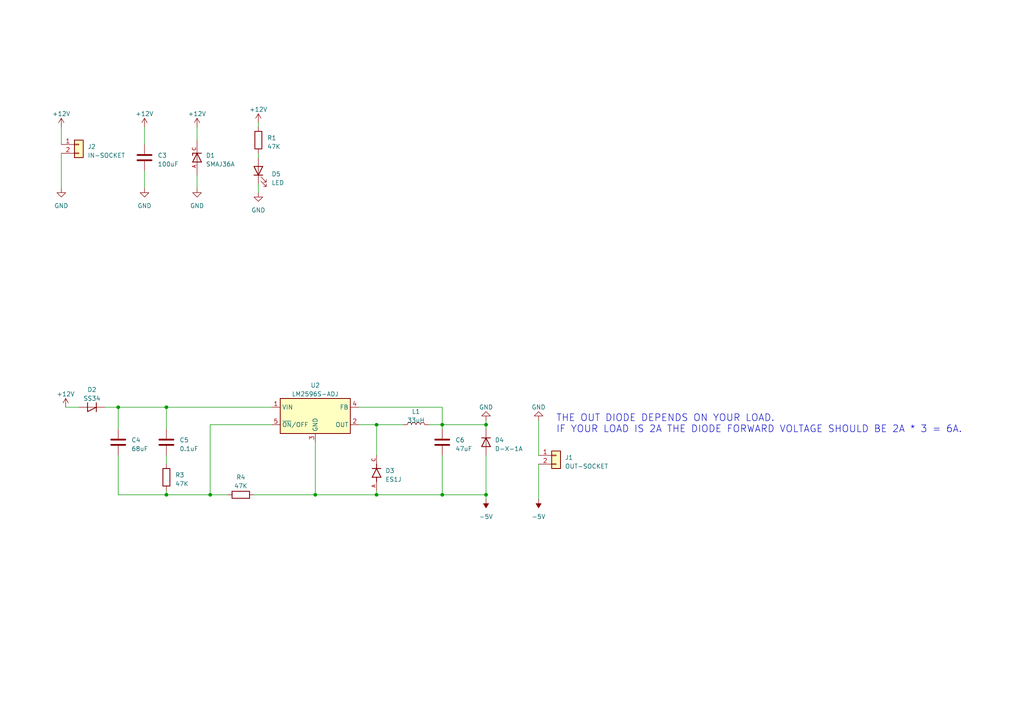
<source format=kicad_sch>
(kicad_sch (version 20230121) (generator eeschema)

  (uuid 71d12fef-93fd-4d7d-963b-81ddd38fc879)

  (paper "A4")

  (lib_symbols
    (symbol "Connector_Generic:Conn_01x02" (pin_names (offset 1.016) hide) (in_bom yes) (on_board yes)
      (property "Reference" "J" (at 0 2.54 0)
        (effects (font (size 1.27 1.27)))
      )
      (property "Value" "Conn_01x02" (at 0 -5.08 0)
        (effects (font (size 1.27 1.27)))
      )
      (property "Footprint" "" (at 0 0 0)
        (effects (font (size 1.27 1.27)) hide)
      )
      (property "Datasheet" "~" (at 0 0 0)
        (effects (font (size 1.27 1.27)) hide)
      )
      (property "ki_keywords" "connector" (at 0 0 0)
        (effects (font (size 1.27 1.27)) hide)
      )
      (property "ki_description" "Generic connector, single row, 01x02, script generated (kicad-library-utils/schlib/autogen/connector/)" (at 0 0 0)
        (effects (font (size 1.27 1.27)) hide)
      )
      (property "ki_fp_filters" "Connector*:*_1x??_*" (at 0 0 0)
        (effects (font (size 1.27 1.27)) hide)
      )
      (symbol "Conn_01x02_1_1"
        (rectangle (start -1.27 -2.413) (end 0 -2.667)
          (stroke (width 0.1524) (type default))
          (fill (type none))
        )
        (rectangle (start -1.27 0.127) (end 0 -0.127)
          (stroke (width 0.1524) (type default))
          (fill (type none))
        )
        (rectangle (start -1.27 1.27) (end 1.27 -3.81)
          (stroke (width 0.254) (type default))
          (fill (type background))
        )
        (pin passive line (at -5.08 0 0) (length 3.81)
          (name "Pin_1" (effects (font (size 1.27 1.27))))
          (number "1" (effects (font (size 1.27 1.27))))
        )
        (pin passive line (at -5.08 -2.54 0) (length 3.81)
          (name "Pin_2" (effects (font (size 1.27 1.27))))
          (number "2" (effects (font (size 1.27 1.27))))
        )
      )
    )
    (symbol "Device:C" (pin_numbers hide) (pin_names (offset 0.254)) (in_bom yes) (on_board yes)
      (property "Reference" "C" (at 0.635 2.54 0)
        (effects (font (size 1.27 1.27)) (justify left))
      )
      (property "Value" "C" (at 0.635 -2.54 0)
        (effects (font (size 1.27 1.27)) (justify left))
      )
      (property "Footprint" "" (at 0.9652 -3.81 0)
        (effects (font (size 1.27 1.27)) hide)
      )
      (property "Datasheet" "~" (at 0 0 0)
        (effects (font (size 1.27 1.27)) hide)
      )
      (property "ki_keywords" "cap capacitor" (at 0 0 0)
        (effects (font (size 1.27 1.27)) hide)
      )
      (property "ki_description" "Unpolarized capacitor" (at 0 0 0)
        (effects (font (size 1.27 1.27)) hide)
      )
      (property "ki_fp_filters" "C_*" (at 0 0 0)
        (effects (font (size 1.27 1.27)) hide)
      )
      (symbol "C_0_1"
        (polyline
          (pts
            (xy -2.032 -0.762)
            (xy 2.032 -0.762)
          )
          (stroke (width 0.508) (type default))
          (fill (type none))
        )
        (polyline
          (pts
            (xy -2.032 0.762)
            (xy 2.032 0.762)
          )
          (stroke (width 0.508) (type default))
          (fill (type none))
        )
      )
      (symbol "C_1_1"
        (pin passive line (at 0 3.81 270) (length 2.794)
          (name "~" (effects (font (size 1.27 1.27))))
          (number "1" (effects (font (size 1.27 1.27))))
        )
        (pin passive line (at 0 -3.81 90) (length 2.794)
          (name "~" (effects (font (size 1.27 1.27))))
          (number "2" (effects (font (size 1.27 1.27))))
        )
      )
    )
    (symbol "Device:D" (pin_numbers hide) (pin_names (offset 1.016) hide) (in_bom yes) (on_board yes)
      (property "Reference" "D" (at 0 2.54 0)
        (effects (font (size 1.27 1.27)))
      )
      (property "Value" "D" (at 0 -2.54 0)
        (effects (font (size 1.27 1.27)))
      )
      (property "Footprint" "" (at 0 0 0)
        (effects (font (size 1.27 1.27)) hide)
      )
      (property "Datasheet" "~" (at 0 0 0)
        (effects (font (size 1.27 1.27)) hide)
      )
      (property "Sim.Device" "D" (at 0 0 0)
        (effects (font (size 1.27 1.27)) hide)
      )
      (property "Sim.Pins" "1=K 2=A" (at 0 0 0)
        (effects (font (size 1.27 1.27)) hide)
      )
      (property "ki_keywords" "diode" (at 0 0 0)
        (effects (font (size 1.27 1.27)) hide)
      )
      (property "ki_description" "Diode" (at 0 0 0)
        (effects (font (size 1.27 1.27)) hide)
      )
      (property "ki_fp_filters" "TO-???* *_Diode_* *SingleDiode* D_*" (at 0 0 0)
        (effects (font (size 1.27 1.27)) hide)
      )
      (symbol "D_0_1"
        (polyline
          (pts
            (xy -1.27 1.27)
            (xy -1.27 -1.27)
          )
          (stroke (width 0.254) (type default))
          (fill (type none))
        )
        (polyline
          (pts
            (xy 1.27 0)
            (xy -1.27 0)
          )
          (stroke (width 0) (type default))
          (fill (type none))
        )
        (polyline
          (pts
            (xy 1.27 1.27)
            (xy 1.27 -1.27)
            (xy -1.27 0)
            (xy 1.27 1.27)
          )
          (stroke (width 0.254) (type default))
          (fill (type none))
        )
      )
      (symbol "D_1_1"
        (pin passive line (at -3.81 0 0) (length 2.54)
          (name "K" (effects (font (size 1.27 1.27))))
          (number "1" (effects (font (size 1.27 1.27))))
        )
        (pin passive line (at 3.81 0 180) (length 2.54)
          (name "A" (effects (font (size 1.27 1.27))))
          (number "2" (effects (font (size 1.27 1.27))))
        )
      )
    )
    (symbol "Device:D_Shockley" (pin_numbers hide) (pin_names (offset 1.016) hide) (in_bom yes) (on_board yes)
      (property "Reference" "D" (at 0 2.54 0)
        (effects (font (size 1.27 1.27)))
      )
      (property "Value" "D_Shockley" (at 0 -2.54 0)
        (effects (font (size 1.27 1.27)))
      )
      (property "Footprint" "" (at 0 0 0)
        (effects (font (size 1.27 1.27)) hide)
      )
      (property "Datasheet" "~" (at 0 0 0)
        (effects (font (size 1.27 1.27)) hide)
      )
      (property "ki_keywords" "Shockley diode PNPN" (at 0 0 0)
        (effects (font (size 1.27 1.27)) hide)
      )
      (property "ki_description" "Shockley (PNPN) diode" (at 0 0 0)
        (effects (font (size 1.27 1.27)) hide)
      )
      (property "ki_fp_filters" "TO-???* *_Diode_* *SingleDiode* D_*" (at 0 0 0)
        (effects (font (size 1.27 1.27)) hide)
      )
      (symbol "D_Shockley_0_1"
        (polyline
          (pts
            (xy -1.27 0)
            (xy 1.27 0)
          )
          (stroke (width 0) (type default))
          (fill (type none))
        )
        (polyline
          (pts
            (xy -1.27 1.27)
            (xy -1.27 -1.27)
          )
          (stroke (width 0.254) (type default))
          (fill (type none))
        )
        (polyline
          (pts
            (xy -1.27 0)
            (xy 1.27 1.27)
            (xy 1.27 -1.27)
          )
          (stroke (width 0.254) (type default))
          (fill (type none))
        )
      )
      (symbol "D_Shockley_1_1"
        (pin passive line (at -3.81 0 0) (length 2.54)
          (name "K" (effects (font (size 1.27 1.27))))
          (number "1" (effects (font (size 1.27 1.27))))
        )
        (pin passive line (at 3.81 0 180) (length 2.54)
          (name "A" (effects (font (size 1.27 1.27))))
          (number "2" (effects (font (size 1.27 1.27))))
        )
      )
    )
    (symbol "Device:L" (pin_numbers hide) (pin_names (offset 1.016) hide) (in_bom yes) (on_board yes)
      (property "Reference" "L" (at -1.27 0 90)
        (effects (font (size 1.27 1.27)))
      )
      (property "Value" "L" (at 1.905 0 90)
        (effects (font (size 1.27 1.27)))
      )
      (property "Footprint" "" (at 0 0 0)
        (effects (font (size 1.27 1.27)) hide)
      )
      (property "Datasheet" "~" (at 0 0 0)
        (effects (font (size 1.27 1.27)) hide)
      )
      (property "ki_keywords" "inductor choke coil reactor magnetic" (at 0 0 0)
        (effects (font (size 1.27 1.27)) hide)
      )
      (property "ki_description" "Inductor" (at 0 0 0)
        (effects (font (size 1.27 1.27)) hide)
      )
      (property "ki_fp_filters" "Choke_* *Coil* Inductor_* L_*" (at 0 0 0)
        (effects (font (size 1.27 1.27)) hide)
      )
      (symbol "L_0_1"
        (arc (start 0 -2.54) (mid 0.6323 -1.905) (end 0 -1.27)
          (stroke (width 0) (type default))
          (fill (type none))
        )
        (arc (start 0 -1.27) (mid 0.6323 -0.635) (end 0 0)
          (stroke (width 0) (type default))
          (fill (type none))
        )
        (arc (start 0 0) (mid 0.6323 0.635) (end 0 1.27)
          (stroke (width 0) (type default))
          (fill (type none))
        )
        (arc (start 0 1.27) (mid 0.6323 1.905) (end 0 2.54)
          (stroke (width 0) (type default))
          (fill (type none))
        )
      )
      (symbol "L_1_1"
        (pin passive line (at 0 3.81 270) (length 1.27)
          (name "1" (effects (font (size 1.27 1.27))))
          (number "1" (effects (font (size 1.27 1.27))))
        )
        (pin passive line (at 0 -3.81 90) (length 1.27)
          (name "2" (effects (font (size 1.27 1.27))))
          (number "2" (effects (font (size 1.27 1.27))))
        )
      )
    )
    (symbol "Device:LED" (pin_numbers hide) (pin_names (offset 1.016) hide) (in_bom yes) (on_board yes)
      (property "Reference" "D" (at 0 2.54 0)
        (effects (font (size 1.27 1.27)))
      )
      (property "Value" "LED" (at 0 -2.54 0)
        (effects (font (size 1.27 1.27)))
      )
      (property "Footprint" "" (at 0 0 0)
        (effects (font (size 1.27 1.27)) hide)
      )
      (property "Datasheet" "~" (at 0 0 0)
        (effects (font (size 1.27 1.27)) hide)
      )
      (property "ki_keywords" "LED diode" (at 0 0 0)
        (effects (font (size 1.27 1.27)) hide)
      )
      (property "ki_description" "Light emitting diode" (at 0 0 0)
        (effects (font (size 1.27 1.27)) hide)
      )
      (property "ki_fp_filters" "LED* LED_SMD:* LED_THT:*" (at 0 0 0)
        (effects (font (size 1.27 1.27)) hide)
      )
      (symbol "LED_0_1"
        (polyline
          (pts
            (xy -1.27 -1.27)
            (xy -1.27 1.27)
          )
          (stroke (width 0.254) (type default))
          (fill (type none))
        )
        (polyline
          (pts
            (xy -1.27 0)
            (xy 1.27 0)
          )
          (stroke (width 0) (type default))
          (fill (type none))
        )
        (polyline
          (pts
            (xy 1.27 -1.27)
            (xy 1.27 1.27)
            (xy -1.27 0)
            (xy 1.27 -1.27)
          )
          (stroke (width 0.254) (type default))
          (fill (type none))
        )
        (polyline
          (pts
            (xy -3.048 -0.762)
            (xy -4.572 -2.286)
            (xy -3.81 -2.286)
            (xy -4.572 -2.286)
            (xy -4.572 -1.524)
          )
          (stroke (width 0) (type default))
          (fill (type none))
        )
        (polyline
          (pts
            (xy -1.778 -0.762)
            (xy -3.302 -2.286)
            (xy -2.54 -2.286)
            (xy -3.302 -2.286)
            (xy -3.302 -1.524)
          )
          (stroke (width 0) (type default))
          (fill (type none))
        )
      )
      (symbol "LED_1_1"
        (pin passive line (at -3.81 0 0) (length 2.54)
          (name "K" (effects (font (size 1.27 1.27))))
          (number "1" (effects (font (size 1.27 1.27))))
        )
        (pin passive line (at 3.81 0 180) (length 2.54)
          (name "A" (effects (font (size 1.27 1.27))))
          (number "2" (effects (font (size 1.27 1.27))))
        )
      )
    )
    (symbol "Device:R" (pin_numbers hide) (pin_names (offset 0)) (in_bom yes) (on_board yes)
      (property "Reference" "R" (at 2.032 0 90)
        (effects (font (size 1.27 1.27)))
      )
      (property "Value" "R" (at 0 0 90)
        (effects (font (size 1.27 1.27)))
      )
      (property "Footprint" "" (at -1.778 0 90)
        (effects (font (size 1.27 1.27)) hide)
      )
      (property "Datasheet" "~" (at 0 0 0)
        (effects (font (size 1.27 1.27)) hide)
      )
      (property "ki_keywords" "R res resistor" (at 0 0 0)
        (effects (font (size 1.27 1.27)) hide)
      )
      (property "ki_description" "Resistor" (at 0 0 0)
        (effects (font (size 1.27 1.27)) hide)
      )
      (property "ki_fp_filters" "R_*" (at 0 0 0)
        (effects (font (size 1.27 1.27)) hide)
      )
      (symbol "R_0_1"
        (rectangle (start -1.016 -2.54) (end 1.016 2.54)
          (stroke (width 0.254) (type default))
          (fill (type none))
        )
      )
      (symbol "R_1_1"
        (pin passive line (at 0 3.81 270) (length 1.27)
          (name "~" (effects (font (size 1.27 1.27))))
          (number "1" (effects (font (size 1.27 1.27))))
        )
        (pin passive line (at 0 -3.81 90) (length 1.27)
          (name "~" (effects (font (size 1.27 1.27))))
          (number "2" (effects (font (size 1.27 1.27))))
        )
      )
    )
    (symbol "ES1J:ES1J" (pin_names (offset 1.016)) (in_bom yes) (on_board yes)
      (property "Reference" "D" (at -5.08 2.54 0)
        (effects (font (size 1.27 1.27)) (justify left bottom))
      )
      (property "Value" "ES1J" (at -5.08 -3.81 0)
        (effects (font (size 1.27 1.27)) (justify left bottom))
      )
      (property "Footprint" "DIOM4325X250N" (at 0 0 0)
        (effects (font (size 1.27 1.27)) (justify bottom) hide)
      )
      (property "Datasheet" "" (at 0 0 0)
        (effects (font (size 1.27 1.27)) hide)
      )
      (property "PARTREV" "L2102" (at 0 0 0)
        (effects (font (size 1.27 1.27)) (justify bottom) hide)
      )
      (property "MANUFACTURER" "Taiwan Semiconductor" (at 0 0 0)
        (effects (font (size 1.27 1.27)) (justify bottom) hide)
      )
      (property "MAXIMUM_PACKAGE_HEIGHT" "2.5 mm" (at 0 0 0)
        (effects (font (size 1.27 1.27)) (justify bottom) hide)
      )
      (property "STANDARD" "IPC-7351B" (at 0 0 0)
        (effects (font (size 1.27 1.27)) (justify bottom) hide)
      )
      (symbol "ES1J_0_0"
        (polyline
          (pts
            (xy -2.54 0)
            (xy -1.27 0)
          )
          (stroke (width 0.254) (type default))
          (fill (type none))
        )
        (polyline
          (pts
            (xy -1.27 -1.27)
            (xy 1.27 0)
          )
          (stroke (width 0.254) (type default))
          (fill (type none))
        )
        (polyline
          (pts
            (xy -1.27 0)
            (xy -1.27 -1.27)
          )
          (stroke (width 0.254) (type default))
          (fill (type none))
        )
        (polyline
          (pts
            (xy -1.27 1.27)
            (xy -1.27 0)
          )
          (stroke (width 0.254) (type default))
          (fill (type none))
        )
        (polyline
          (pts
            (xy 1.27 0)
            (xy -1.27 1.27)
          )
          (stroke (width 0.254) (type default))
          (fill (type none))
        )
        (polyline
          (pts
            (xy 1.27 0)
            (xy 1.27 -1.27)
          )
          (stroke (width 0.254) (type default))
          (fill (type none))
        )
        (polyline
          (pts
            (xy 1.27 0)
            (xy 2.54 0)
          )
          (stroke (width 0.254) (type default))
          (fill (type none))
        )
        (polyline
          (pts
            (xy 1.27 1.27)
            (xy 1.27 0)
          )
          (stroke (width 0.254) (type default))
          (fill (type none))
        )
        (pin passive line (at -5.08 0 0) (length 2.54)
          (name "~" (effects (font (size 1.016 1.016))))
          (number "A" (effects (font (size 1.016 1.016))))
        )
        (pin passive line (at 5.08 0 180) (length 2.54)
          (name "~" (effects (font (size 1.016 1.016))))
          (number "C" (effects (font (size 1.016 1.016))))
        )
      )
    )
    (symbol "Regulator_Switching:LM2596S-ADJ" (in_bom yes) (on_board yes)
      (property "Reference" "U" (at -10.16 6.35 0)
        (effects (font (size 1.27 1.27)) (justify left))
      )
      (property "Value" "LM2596S-ADJ" (at 0 6.35 0)
        (effects (font (size 1.27 1.27)) (justify left))
      )
      (property "Footprint" "Package_TO_SOT_SMD:TO-263-5_TabPin3" (at 1.27 -6.35 0)
        (effects (font (size 1.27 1.27) italic) (justify left) hide)
      )
      (property "Datasheet" "http://www.ti.com/lit/ds/symlink/lm2596.pdf" (at 0 0 0)
        (effects (font (size 1.27 1.27)) hide)
      )
      (property "ki_keywords" "Step-Down Voltage Regulator Adjustable 3A" (at 0 0 0)
        (effects (font (size 1.27 1.27)) hide)
      )
      (property "ki_description" "Adjustable 3A Step-Down Voltage Regulator, TO-263" (at 0 0 0)
        (effects (font (size 1.27 1.27)) hide)
      )
      (property "ki_fp_filters" "TO?263*" (at 0 0 0)
        (effects (font (size 1.27 1.27)) hide)
      )
      (symbol "LM2596S-ADJ_0_1"
        (rectangle (start -10.16 5.08) (end 10.16 -5.08)
          (stroke (width 0.254) (type default))
          (fill (type background))
        )
      )
      (symbol "LM2596S-ADJ_1_1"
        (pin power_in line (at -12.7 2.54 0) (length 2.54)
          (name "VIN" (effects (font (size 1.27 1.27))))
          (number "1" (effects (font (size 1.27 1.27))))
        )
        (pin output line (at 12.7 -2.54 180) (length 2.54)
          (name "OUT" (effects (font (size 1.27 1.27))))
          (number "2" (effects (font (size 1.27 1.27))))
        )
        (pin power_in line (at 0 -7.62 90) (length 2.54)
          (name "GND" (effects (font (size 1.27 1.27))))
          (number "3" (effects (font (size 1.27 1.27))))
        )
        (pin input line (at 12.7 2.54 180) (length 2.54)
          (name "FB" (effects (font (size 1.27 1.27))))
          (number "4" (effects (font (size 1.27 1.27))))
        )
        (pin input line (at -12.7 -2.54 0) (length 2.54)
          (name "~{ON}/OFF" (effects (font (size 1.27 1.27))))
          (number "5" (effects (font (size 1.27 1.27))))
        )
      )
    )
    (symbol "SMAJ36A:SMAJ36A" (pin_names (offset 1.016)) (in_bom yes) (on_board yes)
      (property "Reference" "D" (at -5.0835 2.4159 0)
        (effects (font (size 1.27 1.27)) (justify left bottom))
      )
      (property "Value" "SMAJ36A" (at -5.0854 -4.9611 0)
        (effects (font (size 1.27 1.27)) (justify left bottom))
      )
      (property "Footprint" "DIOM4325X250N" (at 0 0 0)
        (effects (font (size 1.27 1.27)) (justify bottom) hide)
      )
      (property "Datasheet" "" (at 0 0 0)
        (effects (font (size 1.27 1.27)) hide)
      )
      (property "MF" "Taiwan Semiconductor" (at 0 0 0)
        (effects (font (size 1.27 1.27)) (justify bottom) hide)
      )
      (property "MAXIMUM_PACKAGE_HEIGHT" "2.5 mm" (at 0 0 0)
        (effects (font (size 1.27 1.27)) (justify bottom) hide)
      )
      (property "Package" "SMA-2 Taiwan Semiconductor" (at 0 0 0)
        (effects (font (size 1.27 1.27)) (justify bottom) hide)
      )
      (property "Price" "None" (at 0 0 0)
        (effects (font (size 1.27 1.27)) (justify bottom) hide)
      )
      (property "Check_prices" "https://www.snapeda.com/parts/SMAJ36A/Taiwan+Semiconductor/view-part/?ref=eda" (at 0 0 0)
        (effects (font (size 1.27 1.27)) (justify bottom) hide)
      )
      (property "STANDARD" "IPC-7351B" (at 0 0 0)
        (effects (font (size 1.27 1.27)) (justify bottom) hide)
      )
      (property "PARTREV" "S2102" (at 0 0 0)
        (effects (font (size 1.27 1.27)) (justify bottom) hide)
      )
      (property "SnapEDA_Link" "https://www.snapeda.com/parts/SMAJ36A/Taiwan+Semiconductor/view-part/?ref=snap" (at 0 0 0)
        (effects (font (size 1.27 1.27)) (justify bottom) hide)
      )
      (property "MP" "SMAJ36A" (at 0 0 0)
        (effects (font (size 1.27 1.27)) (justify bottom) hide)
      )
      (property "Purchase-URL" "https://pricing.snapeda.com/search?q=SMAJ36A&ref=eda" (at 0 0 0)
        (effects (font (size 1.27 1.27)) (justify bottom) hide)
      )
      (property "Description" "\n400W, 42.1V, 5%, Unidirectional, TVS\n" (at 0 0 0)
        (effects (font (size 1.27 1.27)) (justify bottom) hide)
      )
      (property "Availability" "In Stock" (at 0 0 0)
        (effects (font (size 1.27 1.27)) (justify bottom) hide)
      )
      (property "MANUFACTURER" "Taiwan Semiconductor" (at 0 0 0)
        (effects (font (size 1.27 1.27)) (justify bottom) hide)
      )
      (symbol "SMAJ36A_0_0"
        (polyline
          (pts
            (xy -1.27 -1.27)
            (xy -1.27 0)
          )
          (stroke (width 0.254) (type default))
          (fill (type none))
        )
        (polyline
          (pts
            (xy -1.27 0)
            (xy -1.27 1.27)
          )
          (stroke (width 0.254) (type default))
          (fill (type none))
        )
        (polyline
          (pts
            (xy -1.27 0)
            (xy 1.27 -1.27)
          )
          (stroke (width 0.254) (type default))
          (fill (type none))
        )
        (polyline
          (pts
            (xy -0.635 -1.27)
            (xy -1.27 -1.27)
          )
          (stroke (width 0.254) (type default))
          (fill (type none))
        )
        (polyline
          (pts
            (xy 1.27 -1.27)
            (xy 1.27 1.27)
          )
          (stroke (width 0.254) (type default))
          (fill (type none))
        )
        (polyline
          (pts
            (xy 1.27 1.27)
            (xy -1.27 0)
          )
          (stroke (width 0.254) (type default))
          (fill (type none))
        )
        (pin passive line (at 5.08 0 180) (length 5.08)
          (name "~" (effects (font (size 1.016 1.016))))
          (number "A" (effects (font (size 1.016 1.016))))
        )
        (pin passive line (at -5.08 0 0) (length 5.08)
          (name "~" (effects (font (size 1.016 1.016))))
          (number "C" (effects (font (size 1.016 1.016))))
        )
      )
    )
    (symbol "power:+12V" (power) (pin_names (offset 0)) (in_bom yes) (on_board yes)
      (property "Reference" "#PWR" (at 0 -3.81 0)
        (effects (font (size 1.27 1.27)) hide)
      )
      (property "Value" "+12V" (at 0 3.556 0)
        (effects (font (size 1.27 1.27)))
      )
      (property "Footprint" "" (at 0 0 0)
        (effects (font (size 1.27 1.27)) hide)
      )
      (property "Datasheet" "" (at 0 0 0)
        (effects (font (size 1.27 1.27)) hide)
      )
      (property "ki_keywords" "global power" (at 0 0 0)
        (effects (font (size 1.27 1.27)) hide)
      )
      (property "ki_description" "Power symbol creates a global label with name \"+12V\"" (at 0 0 0)
        (effects (font (size 1.27 1.27)) hide)
      )
      (symbol "+12V_0_1"
        (polyline
          (pts
            (xy -0.762 1.27)
            (xy 0 2.54)
          )
          (stroke (width 0) (type default))
          (fill (type none))
        )
        (polyline
          (pts
            (xy 0 0)
            (xy 0 2.54)
          )
          (stroke (width 0) (type default))
          (fill (type none))
        )
        (polyline
          (pts
            (xy 0 2.54)
            (xy 0.762 1.27)
          )
          (stroke (width 0) (type default))
          (fill (type none))
        )
      )
      (symbol "+12V_1_1"
        (pin power_in line (at 0 0 90) (length 0) hide
          (name "+12V" (effects (font (size 1.27 1.27))))
          (number "1" (effects (font (size 1.27 1.27))))
        )
      )
    )
    (symbol "power:-5V" (power) (pin_names (offset 0)) (in_bom yes) (on_board yes)
      (property "Reference" "#PWR" (at 0 2.54 0)
        (effects (font (size 1.27 1.27)) hide)
      )
      (property "Value" "-5V" (at 0 3.81 0)
        (effects (font (size 1.27 1.27)))
      )
      (property "Footprint" "" (at 0 0 0)
        (effects (font (size 1.27 1.27)) hide)
      )
      (property "Datasheet" "" (at 0 0 0)
        (effects (font (size 1.27 1.27)) hide)
      )
      (property "ki_keywords" "global power" (at 0 0 0)
        (effects (font (size 1.27 1.27)) hide)
      )
      (property "ki_description" "Power symbol creates a global label with name \"-5V\"" (at 0 0 0)
        (effects (font (size 1.27 1.27)) hide)
      )
      (symbol "-5V_0_0"
        (pin power_in line (at 0 0 90) (length 0) hide
          (name "-5V" (effects (font (size 1.27 1.27))))
          (number "1" (effects (font (size 1.27 1.27))))
        )
      )
      (symbol "-5V_0_1"
        (polyline
          (pts
            (xy 0 0)
            (xy 0 1.27)
            (xy 0.762 1.27)
            (xy 0 2.54)
            (xy -0.762 1.27)
            (xy 0 1.27)
          )
          (stroke (width 0) (type default))
          (fill (type outline))
        )
      )
    )
    (symbol "power:GND" (power) (pin_names (offset 0)) (in_bom yes) (on_board yes)
      (property "Reference" "#PWR" (at 0 -6.35 0)
        (effects (font (size 1.27 1.27)) hide)
      )
      (property "Value" "GND" (at 0 -3.81 0)
        (effects (font (size 1.27 1.27)))
      )
      (property "Footprint" "" (at 0 0 0)
        (effects (font (size 1.27 1.27)) hide)
      )
      (property "Datasheet" "" (at 0 0 0)
        (effects (font (size 1.27 1.27)) hide)
      )
      (property "ki_keywords" "global power" (at 0 0 0)
        (effects (font (size 1.27 1.27)) hide)
      )
      (property "ki_description" "Power symbol creates a global label with name \"GND\" , ground" (at 0 0 0)
        (effects (font (size 1.27 1.27)) hide)
      )
      (symbol "GND_0_1"
        (polyline
          (pts
            (xy 0 0)
            (xy 0 -1.27)
            (xy 1.27 -1.27)
            (xy 0 -2.54)
            (xy -1.27 -1.27)
            (xy 0 -1.27)
          )
          (stroke (width 0) (type default))
          (fill (type none))
        )
      )
      (symbol "GND_1_1"
        (pin power_in line (at 0 0 270) (length 0) hide
          (name "GND" (effects (font (size 1.27 1.27))))
          (number "1" (effects (font (size 1.27 1.27))))
        )
      )
    )
  )

  (junction (at 140.97 143.51) (diameter 0) (color 0 0 0 0)
    (uuid 0acec24a-f41d-4341-a65b-21a2d0457575)
  )
  (junction (at 109.22 143.51) (diameter 0) (color 0 0 0 0)
    (uuid 0c8674df-716d-4e8a-9fe3-7a6c0c3f4909)
  )
  (junction (at 109.22 123.19) (diameter 0) (color 0 0 0 0)
    (uuid 2a8c4a77-2533-4fbf-8046-31c8cbaf7919)
  )
  (junction (at 34.29 118.11) (diameter 0) (color 0 0 0 0)
    (uuid 69e7acf6-ba11-4422-9efd-3c6e8b5e6c2b)
  )
  (junction (at 140.97 123.19) (diameter 0) (color 0 0 0 0)
    (uuid 8e735c73-8bd8-4532-b881-38d49bc8251a)
  )
  (junction (at 128.27 123.19) (diameter 0) (color 0 0 0 0)
    (uuid 8f1f2843-03cd-4bdb-b98b-0799f5c07a33)
  )
  (junction (at 60.96 143.51) (diameter 0) (color 0 0 0 0)
    (uuid 9195aa21-48e6-4ffd-9981-61e0609e123e)
  )
  (junction (at 48.26 143.51) (diameter 0) (color 0 0 0 0)
    (uuid bec769eb-97a4-43a8-8668-fcdf037b6df0)
  )
  (junction (at 48.26 118.11) (diameter 0) (color 0 0 0 0)
    (uuid effd569d-dadc-41c4-82a7-7b23b9db4d53)
  )
  (junction (at 91.44 143.51) (diameter 0) (color 0 0 0 0)
    (uuid f000beff-1bc8-452a-b152-19e7b6dff4cb)
  )
  (junction (at 128.27 143.51) (diameter 0) (color 0 0 0 0)
    (uuid fb9496f0-7287-4347-96ff-84fbac132681)
  )

  (wire (pts (xy 34.29 132.08) (xy 34.29 143.51))
    (stroke (width 0) (type default))
    (uuid 0466f8dd-7bf5-411a-9bf0-2774913eea2e)
  )
  (wire (pts (xy 104.14 118.11) (xy 128.27 118.11))
    (stroke (width 0) (type default))
    (uuid 08866c87-d22e-48a3-bfcd-daef7f83ea4c)
  )
  (wire (pts (xy 74.93 35.56) (xy 74.93 36.83))
    (stroke (width 0) (type default))
    (uuid 0a4f7bf6-0e01-473e-ad06-cec61386a879)
  )
  (wire (pts (xy 73.66 143.51) (xy 91.44 143.51))
    (stroke (width 0) (type default))
    (uuid 26961ae7-5227-4c19-bcae-6ac85e836a95)
  )
  (wire (pts (xy 48.26 118.11) (xy 78.74 118.11))
    (stroke (width 0) (type default))
    (uuid 2bf94cae-2cb9-4e99-b81d-c9dba0bc92ae)
  )
  (wire (pts (xy 140.97 143.51) (xy 128.27 143.51))
    (stroke (width 0) (type default))
    (uuid 2f4c9ff2-3c7a-4e2b-a865-edc61380428e)
  )
  (wire (pts (xy 41.91 36.83) (xy 41.91 41.91))
    (stroke (width 0) (type default))
    (uuid 383edcfe-299e-43ca-98f2-f3df10030a9c)
  )
  (wire (pts (xy 124.46 123.19) (xy 128.27 123.19))
    (stroke (width 0) (type default))
    (uuid 38ccbcfc-c682-479c-9ca4-bed2aefa8a1d)
  )
  (wire (pts (xy 74.93 53.34) (xy 74.93 55.88))
    (stroke (width 0) (type default))
    (uuid 38d2d97d-d790-4a5c-abb8-22ca614c3b84)
  )
  (wire (pts (xy 57.15 36.83) (xy 57.15 40.64))
    (stroke (width 0) (type default))
    (uuid 4e294b46-e40e-4fc3-848b-c9cef721e058)
  )
  (wire (pts (xy 34.29 118.11) (xy 34.29 124.46))
    (stroke (width 0) (type default))
    (uuid 578eed0b-087b-43ce-a5c0-4c0e4e210a64)
  )
  (wire (pts (xy 128.27 132.08) (xy 128.27 143.51))
    (stroke (width 0) (type default))
    (uuid 5aee9d84-4594-42db-9f9b-30e7bc731808)
  )
  (wire (pts (xy 140.97 143.51) (xy 140.97 144.78))
    (stroke (width 0) (type default))
    (uuid 5da4a901-e5c5-494d-ab16-d8067cd3f315)
  )
  (wire (pts (xy 109.22 123.19) (xy 116.84 123.19))
    (stroke (width 0) (type default))
    (uuid 6342f6c9-c520-4e76-b7fc-a3f6c19c7096)
  )
  (wire (pts (xy 48.26 118.11) (xy 48.26 124.46))
    (stroke (width 0) (type default))
    (uuid 66cf0082-ee30-48db-9a64-ddaa1516bf2f)
  )
  (wire (pts (xy 140.97 123.19) (xy 128.27 123.19))
    (stroke (width 0) (type default))
    (uuid 675c9532-4254-4f8a-b151-0b92eab666fa)
  )
  (wire (pts (xy 91.44 128.27) (xy 91.44 143.51))
    (stroke (width 0) (type default))
    (uuid 782d5dfb-4af6-42c1-bc56-7cacb92ba2fd)
  )
  (wire (pts (xy 17.78 44.45) (xy 17.78 54.61))
    (stroke (width 0) (type default))
    (uuid 7930d19f-988f-4fb2-b67f-ad97749a85d3)
  )
  (wire (pts (xy 17.78 36.83) (xy 17.78 41.91))
    (stroke (width 0) (type default))
    (uuid 882f4f64-34be-4787-a08b-35fc5a99317f)
  )
  (wire (pts (xy 66.04 143.51) (xy 60.96 143.51))
    (stroke (width 0) (type default))
    (uuid 8a5a01cd-532b-4f8b-9e6f-974049fabea3)
  )
  (wire (pts (xy 109.22 123.19) (xy 109.22 132.08))
    (stroke (width 0) (type default))
    (uuid 8e38b83d-672a-43c3-a66a-7472cdb7852d)
  )
  (wire (pts (xy 140.97 132.08) (xy 140.97 143.51))
    (stroke (width 0) (type default))
    (uuid 8e9f47ef-0a1e-4bf3-a4a2-a269caa393f2)
  )
  (wire (pts (xy 34.29 143.51) (xy 48.26 143.51))
    (stroke (width 0) (type default))
    (uuid 9e4aafcb-e9f5-4723-9d55-a28210c99c97)
  )
  (wire (pts (xy 60.96 123.19) (xy 60.96 143.51))
    (stroke (width 0) (type default))
    (uuid 9eee7f03-d8ad-4099-b4a9-cd8529104e3e)
  )
  (wire (pts (xy 74.93 44.45) (xy 74.93 45.72))
    (stroke (width 0) (type default))
    (uuid a006a9ee-fd14-4343-bbb8-24ce35ed9b25)
  )
  (wire (pts (xy 91.44 143.51) (xy 109.22 143.51))
    (stroke (width 0) (type default))
    (uuid a16b3242-1194-4e38-b7fe-19d26e8a305f)
  )
  (wire (pts (xy 109.22 142.24) (xy 109.22 143.51))
    (stroke (width 0) (type default))
    (uuid adb9b29f-bc5f-4baf-bae5-9ef4de7f78ef)
  )
  (wire (pts (xy 128.27 118.11) (xy 128.27 123.19))
    (stroke (width 0) (type default))
    (uuid af5b45d6-6e16-44f9-a491-8e948505cce0)
  )
  (wire (pts (xy 104.14 123.19) (xy 109.22 123.19))
    (stroke (width 0) (type default))
    (uuid b390d1b4-d1ad-4b84-9d4e-47b5f3058bc2)
  )
  (wire (pts (xy 156.21 121.92) (xy 156.21 132.08))
    (stroke (width 0) (type default))
    (uuid bca17601-de7f-46c7-95c8-6b6cdd08f544)
  )
  (wire (pts (xy 41.91 49.53) (xy 41.91 54.61))
    (stroke (width 0) (type default))
    (uuid c364e75d-7d5c-4bd4-9218-8bcb96202eff)
  )
  (wire (pts (xy 19.05 118.11) (xy 22.86 118.11))
    (stroke (width 0) (type default))
    (uuid c3c89728-09c0-49d7-89f5-6ebe4f8b556e)
  )
  (wire (pts (xy 156.21 134.62) (xy 156.21 144.78))
    (stroke (width 0) (type default))
    (uuid c7f0ff20-02e0-4211-b059-c084085744ff)
  )
  (wire (pts (xy 34.29 118.11) (xy 48.26 118.11))
    (stroke (width 0) (type default))
    (uuid ca53ad4d-313a-4ccc-8a6c-a15aa2338ec8)
  )
  (wire (pts (xy 78.74 123.19) (xy 60.96 123.19))
    (stroke (width 0) (type default))
    (uuid d11c2b7c-5dc7-4e7f-95f2-bcef27e81196)
  )
  (wire (pts (xy 57.15 50.8) (xy 57.15 54.61))
    (stroke (width 0) (type default))
    (uuid d14ded02-3eb0-4579-8caf-e3964c3518de)
  )
  (wire (pts (xy 128.27 143.51) (xy 109.22 143.51))
    (stroke (width 0) (type default))
    (uuid d273f4a6-2577-4e25-8f70-47786d1cc3c7)
  )
  (wire (pts (xy 48.26 143.51) (xy 48.26 142.24))
    (stroke (width 0) (type default))
    (uuid da4131cd-48a2-449f-975d-f27b66ba481c)
  )
  (wire (pts (xy 140.97 124.46) (xy 140.97 123.19))
    (stroke (width 0) (type default))
    (uuid dcb32602-1ef4-4f2d-bbc8-2bdea43ee4f2)
  )
  (wire (pts (xy 48.26 132.08) (xy 48.26 134.62))
    (stroke (width 0) (type default))
    (uuid dcdafd6a-d811-4f81-95c7-245b379144f3)
  )
  (wire (pts (xy 140.97 121.92) (xy 140.97 123.19))
    (stroke (width 0) (type default))
    (uuid e4b23b21-b6e0-4884-90a9-fb0e3ee2682c)
  )
  (wire (pts (xy 128.27 123.19) (xy 128.27 124.46))
    (stroke (width 0) (type default))
    (uuid f569f52a-2d52-4991-879c-13c3f3d62e75)
  )
  (wire (pts (xy 48.26 143.51) (xy 60.96 143.51))
    (stroke (width 0) (type default))
    (uuid f817e60e-8165-4579-b149-0e94054c2c9a)
  )
  (wire (pts (xy 30.48 118.11) (xy 34.29 118.11))
    (stroke (width 0) (type default))
    (uuid fd8ff942-57ee-4685-b1cd-755ee68061a8)
  )

  (text "THE OUT DIODE DEPENDS ON YOUR LOAD.\nIF YOUR LOAD IS 2A THE DIODE FORWARD VOLTAGE SHOULD BE 2A * 3 = 6A."
    (at 161.29 125.73 0)
    (effects (font (size 2 2)) (justify left bottom))
    (uuid dea1ab24-2b34-4652-b7de-7fb38b2a0ba9)
  )

  (symbol (lib_id "Device:C") (at 48.26 128.27 0) (unit 1)
    (in_bom yes) (on_board yes) (dnp no)
    (uuid 008d6538-021f-4bf0-93e6-6093f67998a6)
    (property "Reference" "C5" (at 52.07 127.635 0)
      (effects (font (size 1.27 1.27)) (justify left))
    )
    (property "Value" "0.1uF" (at 52.07 130.175 0)
      (effects (font (size 1.27 1.27)) (justify left))
    )
    (property "Footprint" "Capacitor_SMD:C_0603_1608Metric" (at 49.2252 132.08 0)
      (effects (font (size 1.27 1.27)) hide)
    )
    (property "Datasheet" "~" (at 48.26 128.27 0)
      (effects (font (size 1.27 1.27)) hide)
    )
    (pin "1" (uuid c5765df6-2342-47d5-b591-519c82c431a4))
    (pin "2" (uuid 5e08bb4b-38c2-4375-8864-5e9ad5c153f5))
    (instances
      (project "main"
        (path "/71d12fef-93fd-4d7d-963b-81ddd38fc879"
          (reference "C5") (unit 1)
        )
      )
    )
  )

  (symbol (lib_id "Connector_Generic:Conn_01x02") (at 161.29 132.08 0) (unit 1)
    (in_bom yes) (on_board yes) (dnp no) (fields_autoplaced)
    (uuid 06dcbba7-76cd-457a-89d5-503af905864e)
    (property "Reference" "J1" (at 163.83 132.715 0)
      (effects (font (size 1.27 1.27)) (justify left))
    )
    (property "Value" "OUT-SOCKET" (at 163.83 135.255 0)
      (effects (font (size 1.27 1.27)) (justify left))
    )
    (property "Footprint" "Connector_PinHeader_2.54mm:PinHeader_1x02_P2.54mm_Vertical" (at 161.29 132.08 0)
      (effects (font (size 1.27 1.27)) hide)
    )
    (property "Datasheet" "~" (at 161.29 132.08 0)
      (effects (font (size 1.27 1.27)) hide)
    )
    (pin "1" (uuid 09d43a9f-ee0c-472b-92d8-9c5ec0ce755d))
    (pin "2" (uuid f0c6c579-91ea-400f-a730-e5649e3d9246))
    (instances
      (project "main"
        (path "/71d12fef-93fd-4d7d-963b-81ddd38fc879"
          (reference "J1") (unit 1)
        )
      )
    )
  )

  (symbol (lib_id "Device:R") (at 69.85 143.51 90) (unit 1)
    (in_bom yes) (on_board yes) (dnp no) (fields_autoplaced)
    (uuid 097da8c1-399b-458f-8530-f127540ab04b)
    (property "Reference" "R4" (at 69.85 138.43 90)
      (effects (font (size 1.27 1.27)))
    )
    (property "Value" "47K" (at 69.85 140.97 90)
      (effects (font (size 1.27 1.27)))
    )
    (property "Footprint" "Resistor_SMD:R_0603_1608Metric" (at 69.85 145.288 90)
      (effects (font (size 1.27 1.27)) hide)
    )
    (property "Datasheet" "~" (at 69.85 143.51 0)
      (effects (font (size 1.27 1.27)) hide)
    )
    (pin "1" (uuid 3e35dd42-81b5-406b-ba29-fde07db302f7))
    (pin "2" (uuid 4e4ebb4b-569c-497c-ae83-ff2b15cc5dea))
    (instances
      (project "main"
        (path "/71d12fef-93fd-4d7d-963b-81ddd38fc879"
          (reference "R4") (unit 1)
        )
      )
    )
  )

  (symbol (lib_id "Device:D") (at 140.97 128.27 270) (unit 1)
    (in_bom yes) (on_board yes) (dnp no) (fields_autoplaced)
    (uuid 11648e8f-6f7d-4937-9aed-c8daf1f44f32)
    (property "Reference" "D4" (at 143.51 127.635 90)
      (effects (font (size 1.27 1.27)) (justify left))
    )
    (property "Value" "D-X-1A" (at 143.51 130.175 90)
      (effects (font (size 1.27 1.27)) (justify left))
    )
    (property "Footprint" "Diode_THT:D_DO-15_P5.08mm_Vertical_AnodeUp" (at 140.97 128.27 0)
      (effects (font (size 1.27 1.27)) hide)
    )
    (property "Datasheet" "~" (at 140.97 128.27 0)
      (effects (font (size 1.27 1.27)) hide)
    )
    (property "Sim.Device" "D" (at 140.97 128.27 0)
      (effects (font (size 1.27 1.27)) hide)
    )
    (property "Sim.Pins" "1=K 2=A" (at 140.97 128.27 0)
      (effects (font (size 1.27 1.27)) hide)
    )
    (pin "1" (uuid 9d82a0b5-a502-4968-84c5-af1c9f4e4cb4))
    (pin "2" (uuid c2cd082d-6db9-4257-90a9-08362a243f98))
    (instances
      (project "main"
        (path "/71d12fef-93fd-4d7d-963b-81ddd38fc879"
          (reference "D4") (unit 1)
        )
      )
    )
  )

  (symbol (lib_id "ES1J:ES1J") (at 109.22 137.16 90) (unit 1)
    (in_bom yes) (on_board yes) (dnp no) (fields_autoplaced)
    (uuid 28e00660-7f63-475a-950f-96485f89c603)
    (property "Reference" "D3" (at 111.76 136.525 90)
      (effects (font (size 1.27 1.27)) (justify right))
    )
    (property "Value" "ES1J" (at 111.76 139.065 90)
      (effects (font (size 1.27 1.27)) (justify right))
    )
    (property "Footprint" "DIOM4325X250N" (at 109.22 137.16 0)
      (effects (font (size 1.27 1.27)) (justify bottom) hide)
    )
    (property "Datasheet" "" (at 109.22 137.16 0)
      (effects (font (size 1.27 1.27)) hide)
    )
    (property "PARTREV" "L2102" (at 109.22 137.16 0)
      (effects (font (size 1.27 1.27)) (justify bottom) hide)
    )
    (property "MANUFACTURER" "Taiwan Semiconductor" (at 109.22 137.16 0)
      (effects (font (size 1.27 1.27)) (justify bottom) hide)
    )
    (property "MAXIMUM_PACKAGE_HEIGHT" "2.5 mm" (at 109.22 137.16 0)
      (effects (font (size 1.27 1.27)) (justify bottom) hide)
    )
    (property "STANDARD" "IPC-7351B" (at 109.22 137.16 0)
      (effects (font (size 1.27 1.27)) (justify bottom) hide)
    )
    (pin "A" (uuid e6f6de62-a3ba-441f-8842-873d81984868))
    (pin "C" (uuid 448af1cc-cd0d-44b8-9f64-1abe48424e09))
    (instances
      (project "main"
        (path "/71d12fef-93fd-4d7d-963b-81ddd38fc879"
          (reference "D3") (unit 1)
        )
      )
    )
  )

  (symbol (lib_id "power:-5V") (at 156.21 144.78 180) (unit 1)
    (in_bom yes) (on_board yes) (dnp no) (fields_autoplaced)
    (uuid 319f1257-b716-4ee1-8690-c155d09dc53f)
    (property "Reference" "#PWR09" (at 156.21 147.32 0)
      (effects (font (size 1.27 1.27)) hide)
    )
    (property "Value" "-5V" (at 156.21 149.86 0)
      (effects (font (size 1.27 1.27)))
    )
    (property "Footprint" "" (at 156.21 144.78 0)
      (effects (font (size 1.27 1.27)) hide)
    )
    (property "Datasheet" "" (at 156.21 144.78 0)
      (effects (font (size 1.27 1.27)) hide)
    )
    (pin "1" (uuid 05b88623-cd66-4b03-8a53-a1356ae63c14))
    (instances
      (project "main"
        (path "/71d12fef-93fd-4d7d-963b-81ddd38fc879"
          (reference "#PWR09") (unit 1)
        )
      )
    )
  )

  (symbol (lib_id "Device:C") (at 128.27 128.27 0) (unit 1)
    (in_bom yes) (on_board yes) (dnp no)
    (uuid 48c2420d-69d2-4421-b700-5e5c42c2efcc)
    (property "Reference" "C6" (at 132.08 127.635 0)
      (effects (font (size 1.27 1.27)) (justify left))
    )
    (property "Value" "47uF" (at 132.08 130.175 0)
      (effects (font (size 1.27 1.27)) (justify left))
    )
    (property "Footprint" "Capacitor_SMD:C_1210_3225Metric" (at 129.2352 132.08 0)
      (effects (font (size 1.27 1.27)) hide)
    )
    (property "Datasheet" "~" (at 128.27 128.27 0)
      (effects (font (size 1.27 1.27)) hide)
    )
    (pin "1" (uuid 4a6fe828-65ed-4506-b7ac-3f308c9aee85))
    (pin "2" (uuid 3e59be86-e963-4b79-b62f-577e80aa4532))
    (instances
      (project "main"
        (path "/71d12fef-93fd-4d7d-963b-81ddd38fc879"
          (reference "C6") (unit 1)
        )
      )
    )
  )

  (symbol (lib_id "power:+12V") (at 41.91 36.83 0) (unit 1)
    (in_bom yes) (on_board yes) (dnp no) (fields_autoplaced)
    (uuid 4ad58010-46c4-45bd-8c82-5e0889403d9d)
    (property "Reference" "#PWR012" (at 41.91 40.64 0)
      (effects (font (size 1.27 1.27)) hide)
    )
    (property "Value" "+12V" (at 41.91 33.02 0)
      (effects (font (size 1.27 1.27)))
    )
    (property "Footprint" "" (at 41.91 36.83 0)
      (effects (font (size 1.27 1.27)) hide)
    )
    (property "Datasheet" "" (at 41.91 36.83 0)
      (effects (font (size 1.27 1.27)) hide)
    )
    (pin "1" (uuid 8e16d60d-35f4-4419-bedd-28be2c2a9640))
    (instances
      (project "main"
        (path "/71d12fef-93fd-4d7d-963b-81ddd38fc879"
          (reference "#PWR012") (unit 1)
        )
      )
    )
  )

  (symbol (lib_id "SMAJ36A:SMAJ36A") (at 57.15 45.72 270) (unit 1)
    (in_bom yes) (on_board yes) (dnp no) (fields_autoplaced)
    (uuid 4b11790f-3b0f-4d33-bfc1-00627247e69b)
    (property "Reference" "D1" (at 59.69 45.085 90)
      (effects (font (size 1.27 1.27)) (justify left))
    )
    (property "Value" "SMAJ36A" (at 59.69 47.625 90)
      (effects (font (size 1.27 1.27)) (justify left))
    )
    (property "Footprint" "DIOM4325X250N" (at 57.15 45.72 0)
      (effects (font (size 1.27 1.27)) (justify bottom) hide)
    )
    (property "Datasheet" "" (at 57.15 45.72 0)
      (effects (font (size 1.27 1.27)) hide)
    )
    (property "MF" "Taiwan Semiconductor" (at 57.15 45.72 0)
      (effects (font (size 1.27 1.27)) (justify bottom) hide)
    )
    (property "MAXIMUM_PACKAGE_HEIGHT" "2.5 mm" (at 57.15 45.72 0)
      (effects (font (size 1.27 1.27)) (justify bottom) hide)
    )
    (property "Package" "SMA-2 Taiwan Semiconductor" (at 57.15 45.72 0)
      (effects (font (size 1.27 1.27)) (justify bottom) hide)
    )
    (property "Price" "None" (at 57.15 45.72 0)
      (effects (font (size 1.27 1.27)) (justify bottom) hide)
    )
    (property "Check_prices" "https://www.snapeda.com/parts/SMAJ36A/Taiwan+Semiconductor/view-part/?ref=eda" (at 57.15 45.72 0)
      (effects (font (size 1.27 1.27)) (justify bottom) hide)
    )
    (property "STANDARD" "IPC-7351B" (at 57.15 45.72 0)
      (effects (font (size 1.27 1.27)) (justify bottom) hide)
    )
    (property "PARTREV" "S2102" (at 57.15 45.72 0)
      (effects (font (size 1.27 1.27)) (justify bottom) hide)
    )
    (property "SnapEDA_Link" "https://www.snapeda.com/parts/SMAJ36A/Taiwan+Semiconductor/view-part/?ref=snap" (at 57.15 45.72 0)
      (effects (font (size 1.27 1.27)) (justify bottom) hide)
    )
    (property "MP" "SMAJ36A" (at 57.15 45.72 0)
      (effects (font (size 1.27 1.27)) (justify bottom) hide)
    )
    (property "Purchase-URL" "https://pricing.snapeda.com/search?q=SMAJ36A&ref=eda" (at 57.15 45.72 0)
      (effects (font (size 1.27 1.27)) (justify bottom) hide)
    )
    (property "Description" "\n400W, 42.1V, 5%, Unidirectional, TVS\n" (at 57.15 45.72 0)
      (effects (font (size 1.27 1.27)) (justify bottom) hide)
    )
    (property "Availability" "In Stock" (at 57.15 45.72 0)
      (effects (font (size 1.27 1.27)) (justify bottom) hide)
    )
    (property "MANUFACTURER" "Taiwan Semiconductor" (at 57.15 45.72 0)
      (effects (font (size 1.27 1.27)) (justify bottom) hide)
    )
    (pin "A" (uuid 8cf05e61-9590-49be-b251-d2f082bd845b))
    (pin "C" (uuid 50bacf99-227e-4adf-b058-5df9717510c2))
    (instances
      (project "main"
        (path "/71d12fef-93fd-4d7d-963b-81ddd38fc879"
          (reference "D1") (unit 1)
        )
      )
    )
  )

  (symbol (lib_id "power:GND") (at 17.78 54.61 0) (unit 1)
    (in_bom yes) (on_board yes) (dnp no) (fields_autoplaced)
    (uuid 53ea840c-f04d-4191-b419-15b720dc3110)
    (property "Reference" "#PWR011" (at 17.78 60.96 0)
      (effects (font (size 1.27 1.27)) hide)
    )
    (property "Value" "GND" (at 17.78 59.69 0)
      (effects (font (size 1.27 1.27)))
    )
    (property "Footprint" "" (at 17.78 54.61 0)
      (effects (font (size 1.27 1.27)) hide)
    )
    (property "Datasheet" "" (at 17.78 54.61 0)
      (effects (font (size 1.27 1.27)) hide)
    )
    (pin "1" (uuid 10d324d2-05c0-4c55-a701-dee4e77c60ba))
    (instances
      (project "main"
        (path "/71d12fef-93fd-4d7d-963b-81ddd38fc879"
          (reference "#PWR011") (unit 1)
        )
      )
    )
  )

  (symbol (lib_id "power:+12V") (at 57.15 36.83 0) (unit 1)
    (in_bom yes) (on_board yes) (dnp no) (fields_autoplaced)
    (uuid 55ef301a-fe19-4067-8e23-7a7bc786d260)
    (property "Reference" "#PWR014" (at 57.15 40.64 0)
      (effects (font (size 1.27 1.27)) hide)
    )
    (property "Value" "+12V" (at 57.15 33.02 0)
      (effects (font (size 1.27 1.27)))
    )
    (property "Footprint" "" (at 57.15 36.83 0)
      (effects (font (size 1.27 1.27)) hide)
    )
    (property "Datasheet" "" (at 57.15 36.83 0)
      (effects (font (size 1.27 1.27)) hide)
    )
    (pin "1" (uuid 44baf55f-b31b-417a-8a9f-4ccfcdb115ed))
    (instances
      (project "main"
        (path "/71d12fef-93fd-4d7d-963b-81ddd38fc879"
          (reference "#PWR014") (unit 1)
        )
      )
    )
  )

  (symbol (lib_id "power:+12V") (at 17.78 36.83 0) (unit 1)
    (in_bom yes) (on_board yes) (dnp no) (fields_autoplaced)
    (uuid 712083bd-fbd2-40cf-be8b-3d307a490252)
    (property "Reference" "#PWR010" (at 17.78 40.64 0)
      (effects (font (size 1.27 1.27)) hide)
    )
    (property "Value" "+12V" (at 17.78 33.02 0)
      (effects (font (size 1.27 1.27)))
    )
    (property "Footprint" "" (at 17.78 36.83 0)
      (effects (font (size 1.27 1.27)) hide)
    )
    (property "Datasheet" "" (at 17.78 36.83 0)
      (effects (font (size 1.27 1.27)) hide)
    )
    (pin "1" (uuid 80a1208b-f192-44bf-8265-15333e13be24))
    (instances
      (project "main"
        (path "/71d12fef-93fd-4d7d-963b-81ddd38fc879"
          (reference "#PWR010") (unit 1)
        )
      )
    )
  )

  (symbol (lib_id "power:GND") (at 156.21 121.92 180) (unit 1)
    (in_bom yes) (on_board yes) (dnp no) (fields_autoplaced)
    (uuid 728d882d-aa18-4445-ba7c-7313c4541119)
    (property "Reference" "#PWR07" (at 156.21 115.57 0)
      (effects (font (size 1.27 1.27)) hide)
    )
    (property "Value" "GND" (at 156.21 118.11 0)
      (effects (font (size 1.27 1.27)))
    )
    (property "Footprint" "" (at 156.21 121.92 0)
      (effects (font (size 1.27 1.27)) hide)
    )
    (property "Datasheet" "" (at 156.21 121.92 0)
      (effects (font (size 1.27 1.27)) hide)
    )
    (pin "1" (uuid 039dc745-39c3-4415-a4c3-40252cec6a95))
    (instances
      (project "main"
        (path "/71d12fef-93fd-4d7d-963b-81ddd38fc879"
          (reference "#PWR07") (unit 1)
        )
      )
    )
  )

  (symbol (lib_id "power:+12V") (at 74.93 35.56 0) (unit 1)
    (in_bom yes) (on_board yes) (dnp no) (fields_autoplaced)
    (uuid 7a5b7aee-4b64-44d6-8449-4fbe81ca506b)
    (property "Reference" "#PWR01" (at 74.93 39.37 0)
      (effects (font (size 1.27 1.27)) hide)
    )
    (property "Value" "+12V" (at 74.93 31.75 0)
      (effects (font (size 1.27 1.27)))
    )
    (property "Footprint" "" (at 74.93 35.56 0)
      (effects (font (size 1.27 1.27)) hide)
    )
    (property "Datasheet" "" (at 74.93 35.56 0)
      (effects (font (size 1.27 1.27)) hide)
    )
    (pin "1" (uuid 441c7c04-3ae9-4095-9373-f96f61a64b82))
    (instances
      (project "main"
        (path "/71d12fef-93fd-4d7d-963b-81ddd38fc879"
          (reference "#PWR01") (unit 1)
        )
      )
    )
  )

  (symbol (lib_id "Device:D_Shockley") (at 26.67 118.11 180) (unit 1)
    (in_bom yes) (on_board yes) (dnp no) (fields_autoplaced)
    (uuid 85dacb38-94eb-46bd-8a44-2dea4aa5baaf)
    (property "Reference" "D2" (at 26.67 113.03 0)
      (effects (font (size 1.27 1.27)))
    )
    (property "Value" "SS34" (at 26.67 115.57 0)
      (effects (font (size 1.27 1.27)))
    )
    (property "Footprint" "Diode_SMD:D_SOD-123" (at 26.67 118.11 0)
      (effects (font (size 1.27 1.27)) hide)
    )
    (property "Datasheet" "~" (at 26.67 118.11 0)
      (effects (font (size 1.27 1.27)) hide)
    )
    (pin "1" (uuid a083d0cc-8e6f-4b7d-8ac2-d47c047c4947))
    (pin "2" (uuid 41f4aee2-23a8-4102-85fd-880e6ebb8c6e))
    (instances
      (project "main"
        (path "/71d12fef-93fd-4d7d-963b-81ddd38fc879"
          (reference "D2") (unit 1)
        )
      )
    )
  )

  (symbol (lib_id "Device:R") (at 74.93 40.64 180) (unit 1)
    (in_bom yes) (on_board yes) (dnp no) (fields_autoplaced)
    (uuid 86fea7c9-9eab-40d0-9cb5-65820b4c0874)
    (property "Reference" "R1" (at 77.47 40.005 0)
      (effects (font (size 1.27 1.27)) (justify right))
    )
    (property "Value" "47K" (at 77.47 42.545 0)
      (effects (font (size 1.27 1.27)) (justify right))
    )
    (property "Footprint" "Resistor_SMD:R_0603_1608Metric" (at 76.708 40.64 90)
      (effects (font (size 1.27 1.27)) hide)
    )
    (property "Datasheet" "~" (at 74.93 40.64 0)
      (effects (font (size 1.27 1.27)) hide)
    )
    (pin "1" (uuid e6f87ca6-00dd-4358-9eeb-26675a9735fb))
    (pin "2" (uuid 59d9cdc7-38c1-4be8-9426-4a46a42e4341))
    (instances
      (project "main"
        (path "/71d12fef-93fd-4d7d-963b-81ddd38fc879"
          (reference "R1") (unit 1)
        )
      )
    )
  )

  (symbol (lib_id "power:-5V") (at 140.97 144.78 180) (unit 1)
    (in_bom yes) (on_board yes) (dnp no) (fields_autoplaced)
    (uuid 94fde43b-3d24-49e4-9872-a8808c6907ba)
    (property "Reference" "#PWR017" (at 140.97 147.32 0)
      (effects (font (size 1.27 1.27)) hide)
    )
    (property "Value" "-5V" (at 140.97 149.86 0)
      (effects (font (size 1.27 1.27)))
    )
    (property "Footprint" "" (at 140.97 144.78 0)
      (effects (font (size 1.27 1.27)) hide)
    )
    (property "Datasheet" "" (at 140.97 144.78 0)
      (effects (font (size 1.27 1.27)) hide)
    )
    (pin "1" (uuid 5053aa43-11e0-409e-b1eb-570fc6801e17))
    (instances
      (project "main"
        (path "/71d12fef-93fd-4d7d-963b-81ddd38fc879"
          (reference "#PWR017") (unit 1)
        )
      )
    )
  )

  (symbol (lib_id "Connector_Generic:Conn_01x02") (at 22.86 41.91 0) (unit 1)
    (in_bom yes) (on_board yes) (dnp no) (fields_autoplaced)
    (uuid 9510bbb6-bfe6-4067-bf6a-357095ec4228)
    (property "Reference" "J2" (at 25.4 42.545 0)
      (effects (font (size 1.27 1.27)) (justify left))
    )
    (property "Value" "IN-SOCKET" (at 25.4 45.085 0)
      (effects (font (size 1.27 1.27)) (justify left))
    )
    (property "Footprint" "Connector_PinHeader_2.54mm:PinHeader_1x02_P2.54mm_Vertical" (at 22.86 41.91 0)
      (effects (font (size 1.27 1.27)) hide)
    )
    (property "Datasheet" "~" (at 22.86 41.91 0)
      (effects (font (size 1.27 1.27)) hide)
    )
    (pin "1" (uuid fbe956c6-2f1f-4ba7-b209-f3aad13e0a28))
    (pin "2" (uuid e1482a53-462d-481e-b7f1-86477f067e12))
    (instances
      (project "main"
        (path "/71d12fef-93fd-4d7d-963b-81ddd38fc879"
          (reference "J2") (unit 1)
        )
      )
    )
  )

  (symbol (lib_id "power:+12V") (at 19.05 118.11 0) (unit 1)
    (in_bom yes) (on_board yes) (dnp no) (fields_autoplaced)
    (uuid 998b6bfd-9a40-4c2b-8953-026454f4d1cf)
    (property "Reference" "#PWR016" (at 19.05 121.92 0)
      (effects (font (size 1.27 1.27)) hide)
    )
    (property "Value" "+12V" (at 19.05 114.3 0)
      (effects (font (size 1.27 1.27)))
    )
    (property "Footprint" "" (at 19.05 118.11 0)
      (effects (font (size 1.27 1.27)) hide)
    )
    (property "Datasheet" "" (at 19.05 118.11 0)
      (effects (font (size 1.27 1.27)) hide)
    )
    (pin "1" (uuid f08dcd1e-7fb8-4701-913e-05ef17fad8d9))
    (instances
      (project "main"
        (path "/71d12fef-93fd-4d7d-963b-81ddd38fc879"
          (reference "#PWR016") (unit 1)
        )
      )
    )
  )

  (symbol (lib_id "Regulator_Switching:LM2596S-ADJ") (at 91.44 120.65 0) (unit 1)
    (in_bom yes) (on_board yes) (dnp no) (fields_autoplaced)
    (uuid 9b15545f-dbd4-40de-a159-aa354faec8ce)
    (property "Reference" "U2" (at 91.44 111.76 0)
      (effects (font (size 1.27 1.27)))
    )
    (property "Value" "LM2596S-ADJ" (at 91.44 114.3 0)
      (effects (font (size 1.27 1.27)))
    )
    (property "Footprint" "Package_TO_SOT_SMD:TO-263-5_TabPin3" (at 92.71 127 0)
      (effects (font (size 1.27 1.27) italic) (justify left) hide)
    )
    (property "Datasheet" "http://www.ti.com/lit/ds/symlink/lm2596.pdf" (at 91.44 120.65 0)
      (effects (font (size 1.27 1.27)) hide)
    )
    (pin "1" (uuid 236f7da8-1b5e-4426-82c4-7b59ba241e3a))
    (pin "2" (uuid 61fce194-1c5e-4d73-804d-165fc8f6066f))
    (pin "3" (uuid dcbfaa1b-ba9f-4dd8-8692-642db26cfeff))
    (pin "4" (uuid 84a095a5-1f50-4659-bda9-ec78abe368ca))
    (pin "5" (uuid ee037de0-d955-4924-afb4-ba49d855e0cd))
    (instances
      (project "main"
        (path "/71d12fef-93fd-4d7d-963b-81ddd38fc879"
          (reference "U2") (unit 1)
        )
      )
    )
  )

  (symbol (lib_id "power:GND") (at 74.93 55.88 0) (unit 1)
    (in_bom yes) (on_board yes) (dnp no) (fields_autoplaced)
    (uuid b97a9eea-ed31-478a-9976-7f8454dbfd4a)
    (property "Reference" "#PWR02" (at 74.93 62.23 0)
      (effects (font (size 1.27 1.27)) hide)
    )
    (property "Value" "GND" (at 74.93 60.96 0)
      (effects (font (size 1.27 1.27)))
    )
    (property "Footprint" "" (at 74.93 55.88 0)
      (effects (font (size 1.27 1.27)) hide)
    )
    (property "Datasheet" "" (at 74.93 55.88 0)
      (effects (font (size 1.27 1.27)) hide)
    )
    (pin "1" (uuid fc7df1b9-3ef6-460e-9acb-943f5b9dc668))
    (instances
      (project "main"
        (path "/71d12fef-93fd-4d7d-963b-81ddd38fc879"
          (reference "#PWR02") (unit 1)
        )
      )
    )
  )

  (symbol (lib_id "Device:LED") (at 74.93 49.53 90) (unit 1)
    (in_bom yes) (on_board yes) (dnp no) (fields_autoplaced)
    (uuid c623fab0-e011-4177-84d3-4e5eaf0e9c23)
    (property "Reference" "D5" (at 78.74 50.4825 90)
      (effects (font (size 1.27 1.27)) (justify right))
    )
    (property "Value" "LED" (at 78.74 53.0225 90)
      (effects (font (size 1.27 1.27)) (justify right))
    )
    (property "Footprint" "LED_SMD:LED_0603_1608Metric" (at 74.93 49.53 0)
      (effects (font (size 1.27 1.27)) hide)
    )
    (property "Datasheet" "~" (at 74.93 49.53 0)
      (effects (font (size 1.27 1.27)) hide)
    )
    (pin "1" (uuid fa78eb93-5721-4470-a5f9-51c551142543))
    (pin "2" (uuid 6cf7d5f3-de5d-4a71-af90-2792534aa01c))
    (instances
      (project "main"
        (path "/71d12fef-93fd-4d7d-963b-81ddd38fc879"
          (reference "D5") (unit 1)
        )
      )
    )
  )

  (symbol (lib_id "power:GND") (at 140.97 121.92 180) (unit 1)
    (in_bom yes) (on_board yes) (dnp no) (fields_autoplaced)
    (uuid ce5172db-88c4-492e-b5c5-7fc1e7eb66ac)
    (property "Reference" "#PWR018" (at 140.97 115.57 0)
      (effects (font (size 1.27 1.27)) hide)
    )
    (property "Value" "GND" (at 140.97 118.11 0)
      (effects (font (size 1.27 1.27)))
    )
    (property "Footprint" "" (at 140.97 121.92 0)
      (effects (font (size 1.27 1.27)) hide)
    )
    (property "Datasheet" "" (at 140.97 121.92 0)
      (effects (font (size 1.27 1.27)) hide)
    )
    (pin "1" (uuid 29d839f1-c656-4b17-88e4-658a0147c1cd))
    (instances
      (project "main"
        (path "/71d12fef-93fd-4d7d-963b-81ddd38fc879"
          (reference "#PWR018") (unit 1)
        )
      )
    )
  )

  (symbol (lib_id "power:GND") (at 41.91 54.61 0) (unit 1)
    (in_bom yes) (on_board yes) (dnp no) (fields_autoplaced)
    (uuid d57f2cea-5173-4430-8205-dfd9d5ca38f3)
    (property "Reference" "#PWR013" (at 41.91 60.96 0)
      (effects (font (size 1.27 1.27)) hide)
    )
    (property "Value" "GND" (at 41.91 59.69 0)
      (effects (font (size 1.27 1.27)))
    )
    (property "Footprint" "" (at 41.91 54.61 0)
      (effects (font (size 1.27 1.27)) hide)
    )
    (property "Datasheet" "" (at 41.91 54.61 0)
      (effects (font (size 1.27 1.27)) hide)
    )
    (pin "1" (uuid baaeece3-519f-4b5d-a681-1fa0f0509516))
    (instances
      (project "main"
        (path "/71d12fef-93fd-4d7d-963b-81ddd38fc879"
          (reference "#PWR013") (unit 1)
        )
      )
    )
  )

  (symbol (lib_id "power:GND") (at 57.15 54.61 0) (unit 1)
    (in_bom yes) (on_board yes) (dnp no) (fields_autoplaced)
    (uuid df1ddd30-368d-40b8-a727-8064d1389eaf)
    (property "Reference" "#PWR015" (at 57.15 60.96 0)
      (effects (font (size 1.27 1.27)) hide)
    )
    (property "Value" "GND" (at 57.15 59.69 0)
      (effects (font (size 1.27 1.27)))
    )
    (property "Footprint" "" (at 57.15 54.61 0)
      (effects (font (size 1.27 1.27)) hide)
    )
    (property "Datasheet" "" (at 57.15 54.61 0)
      (effects (font (size 1.27 1.27)) hide)
    )
    (pin "1" (uuid 19436b92-c76d-4427-a665-e61299bb426a))
    (instances
      (project "main"
        (path "/71d12fef-93fd-4d7d-963b-81ddd38fc879"
          (reference "#PWR015") (unit 1)
        )
      )
    )
  )

  (symbol (lib_id "Device:R") (at 48.26 138.43 180) (unit 1)
    (in_bom yes) (on_board yes) (dnp no) (fields_autoplaced)
    (uuid ebb83972-7f89-4adb-9f68-7c6480f95c0d)
    (property "Reference" "R3" (at 50.8 137.795 0)
      (effects (font (size 1.27 1.27)) (justify right))
    )
    (property "Value" "47K" (at 50.8 140.335 0)
      (effects (font (size 1.27 1.27)) (justify right))
    )
    (property "Footprint" "Resistor_SMD:R_0603_1608Metric" (at 50.038 138.43 90)
      (effects (font (size 1.27 1.27)) hide)
    )
    (property "Datasheet" "~" (at 48.26 138.43 0)
      (effects (font (size 1.27 1.27)) hide)
    )
    (pin "1" (uuid 5d744548-2d49-43bc-b8d3-cd70f5e35e0b))
    (pin "2" (uuid da9ba312-6d64-4ce8-a508-a2fd7559d106))
    (instances
      (project "main"
        (path "/71d12fef-93fd-4d7d-963b-81ddd38fc879"
          (reference "R3") (unit 1)
        )
      )
    )
  )

  (symbol (lib_id "Device:C") (at 34.29 128.27 0) (unit 1)
    (in_bom yes) (on_board yes) (dnp no)
    (uuid efa0e824-16c7-47bd-9b67-148abde932c9)
    (property "Reference" "C4" (at 38.1 127.635 0)
      (effects (font (size 1.27 1.27)) (justify left))
    )
    (property "Value" "68uF" (at 38.1 130.175 0)
      (effects (font (size 1.27 1.27)) (justify left))
    )
    (property "Footprint" "Capacitor_THT:CP_Radial_D5.0mm_P2.50mm" (at 35.2552 132.08 0)
      (effects (font (size 1.27 1.27)) hide)
    )
    (property "Datasheet" "~" (at 34.29 128.27 0)
      (effects (font (size 1.27 1.27)) hide)
    )
    (pin "1" (uuid f5436e4e-5934-4de2-a52e-b705f34abdba))
    (pin "2" (uuid 452f6afb-226b-443d-bdef-dbf85c61071b))
    (instances
      (project "main"
        (path "/71d12fef-93fd-4d7d-963b-81ddd38fc879"
          (reference "C4") (unit 1)
        )
      )
    )
  )

  (symbol (lib_id "Device:L") (at 120.65 123.19 90) (unit 1)
    (in_bom yes) (on_board yes) (dnp no) (fields_autoplaced)
    (uuid f4e2f125-edec-402f-ae1a-ec1346fd0a1c)
    (property "Reference" "L1" (at 120.65 119.38 90)
      (effects (font (size 1.27 1.27)))
    )
    (property "Value" "33uH" (at 120.65 121.92 90)
      (effects (font (size 1.27 1.27)))
    )
    (property "Footprint" "Inductor_SMD:L_Bourns_SRR1208_12.7x12.7mm" (at 120.65 123.19 0)
      (effects (font (size 1.27 1.27)) hide)
    )
    (property "Datasheet" "~" (at 120.65 123.19 0)
      (effects (font (size 1.27 1.27)) hide)
    )
    (pin "1" (uuid a7c0c2df-5ccf-4311-bcdf-b5433a2bba99))
    (pin "2" (uuid d86f461c-fa4d-419b-9f13-3018a8ce78a1))
    (instances
      (project "main"
        (path "/71d12fef-93fd-4d7d-963b-81ddd38fc879"
          (reference "L1") (unit 1)
        )
      )
    )
  )

  (symbol (lib_id "Device:C") (at 41.91 45.72 0) (unit 1)
    (in_bom yes) (on_board yes) (dnp no)
    (uuid f84182c0-5aa2-466a-9b95-be8dad433815)
    (property "Reference" "C3" (at 45.72 45.085 0)
      (effects (font (size 1.27 1.27)) (justify left))
    )
    (property "Value" "100uF" (at 45.72 47.625 0)
      (effects (font (size 1.27 1.27)) (justify left))
    )
    (property "Footprint" "Capacitor_SMD:C_1210_3225Metric" (at 42.8752 49.53 0)
      (effects (font (size 1.27 1.27)) hide)
    )
    (property "Datasheet" "~" (at 41.91 45.72 0)
      (effects (font (size 1.27 1.27)) hide)
    )
    (pin "1" (uuid cf38179f-b47c-49c2-b7de-9ab29560fc81))
    (pin "2" (uuid ca0f4440-cb2a-467b-bee4-feb45d05434f))
    (instances
      (project "main"
        (path "/71d12fef-93fd-4d7d-963b-81ddd38fc879"
          (reference "C3") (unit 1)
        )
      )
    )
  )

  (sheet_instances
    (path "/" (page "1"))
  )
)

</source>
